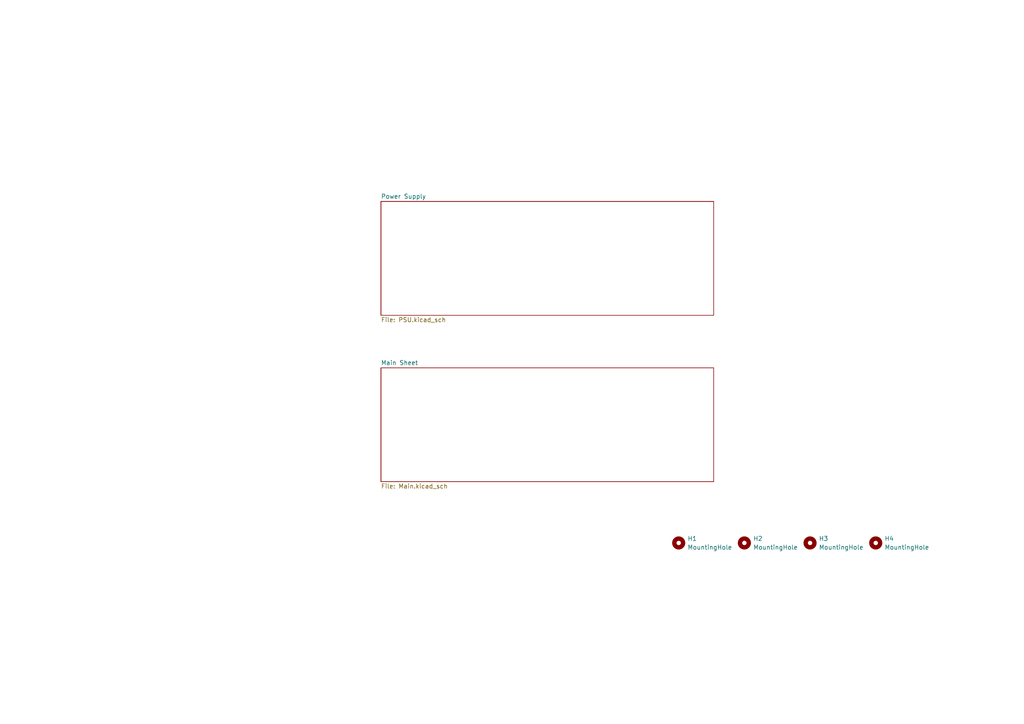
<source format=kicad_sch>
(kicad_sch (version 20231120) (generator "eeschema") (generator_version "8.0")
  (paper "A4")
  (title_block (title "Overview") (date "2025-04-08") (rev "1.0") (comment 1 "Provides an overview of the different schematics"))
  (lib_symbols
    (symbol "Mechanical:MountingHole" (pin_names (offset 1.016)) (exclude_from_sim yes) (in_bom no)
      (property "Reference" "H" (at 0 5.08 0))
      (property "Value" "MountingHole" (at 0 3.175 0))
      (symbol "MountingHole_0_1"
        (circle (center 0 0) (radius 1.27) (stroke (width 1.27)))
      )
    )
  )
  (symbol (lib_id "Mechanical:MountingHole") (at 196.85 157.48 0) (unit 1) (exclude_from_sim yes) (in_bom no)
    (property "Reference" "H1" (at 199.39 156.2099 0) (effects (justify left)))
    (property "Value" "MountingHole" (at 199.39 158.7499 0) (effects (justify left)))
    (property "Footprint" "MountingHole:MountingHole_3.2mm_M3" (effects (hide yes)))
    (property "Description" "Mounting Hole without connection" (effects (hide yes)))
  )
  (symbol (lib_id "Mechanical:MountingHole") (at 234.95 157.48 0) (unit 1) (exclude_from_sim yes) (in_bom no)
    (property "Reference" "H3" (at 237.49 156.2099 0) (effects (justify left)))
    (property "Value" "MountingHole" (at 237.49 158.7499 0) (effects (justify left)))
    (property "Footprint" "MountingHole:MountingHole_3.2mm_M3" (effects (hide yes)))
    (property "Description" "Mounting Hole without connection" (effects (hide yes)))
  )
  (symbol (lib_id "Mechanical:MountingHole") (at 254 157.48 0) (unit 1) (exclude_from_sim yes) (in_bom no)
    (property "Reference" "H4" (at 256.54 156.2099 0) (effects (justify left)))
    (property "Value" "MountingHole" (at 256.54 158.7499 0) (effects (justify left)))
    (property "Footprint" "MountingHole:MountingHole_3.2mm_M3" (effects (hide yes)))
    (property "Description" "Mounting Hole without connection" (effects (hide yes)))
  )
  (symbol (lib_id "Mechanical:MountingHole") (at 215.9 157.48 0) (unit 1) (exclude_from_sim yes) (in_bom no)
    (property "Reference" "H2" (at 218.44 156.2099 0) (effects (justify left)))
    (property "Value" "MountingHole" (at 218.44 158.7499 0) (effects (justify left)))
    (property "Footprint" "MountingHole:MountingHole_3.2mm_M3" (effects (hide yes)))
    (property "Description" "Mounting Hole without connection" (effects (hide yes)))
  )
  (sheet (at 110.49 106.68) (size 96.52 33.02) (stroke (width 0.1524))
    (property "Sheetname" "Main Sheet" (at 110.49 105.9684 0) (effects (justify left bottom)))
    (property "Sheetfile" "Main.kicad_sch" (at 110.49 140.2846 0) (effects (justify left top)))
  )
  (sheet (at 110.49 58.42) (size 96.52 33.02) (stroke (width 0.1524))
    (property "Sheetname" "Power Supply" (at 110.49 57.7084 0) (effects (justify left bottom)))
    (property "Sheetfile" "PSU.kicad_sch" (at 110.49 92.0246 0) (effects (justify left top)))
  )
)
</source>
